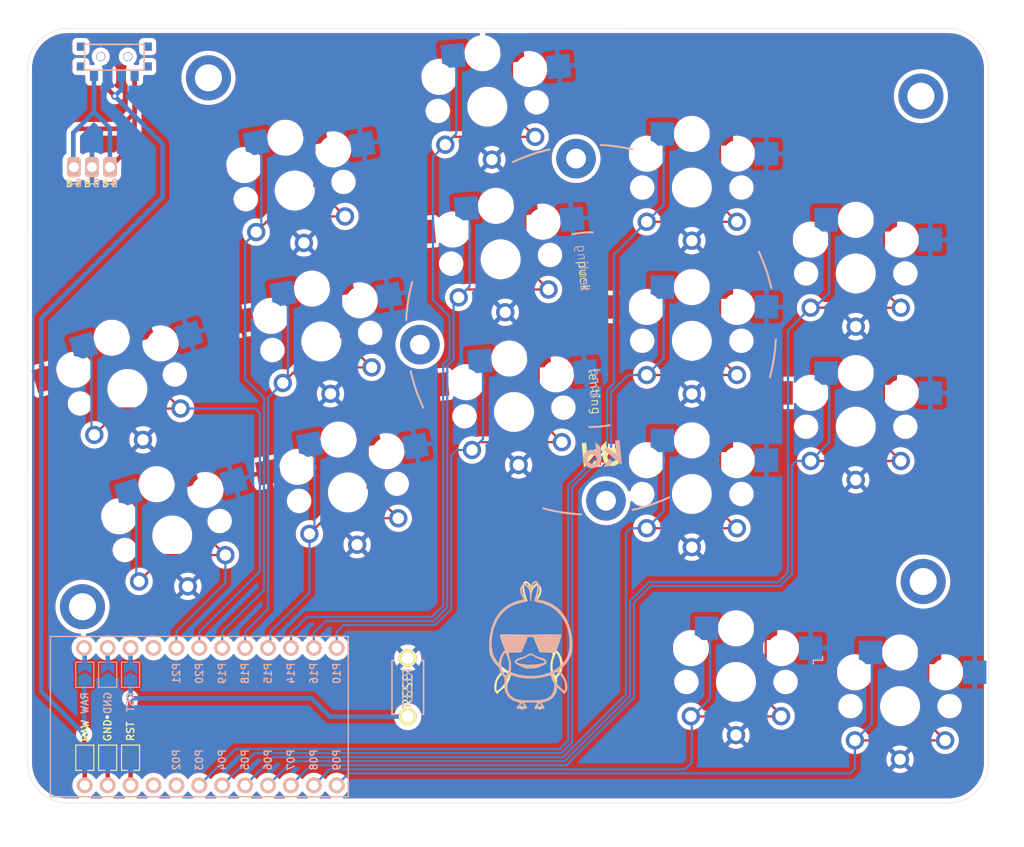
<source format=kicad_pcb>
(kicad_pcb (version 20211014) (generator pcbnew)
  (title_block (title "board") (rev "v1.0.0") (company "Unknown"))
  (layers (0 "F.Cu" signal) (31 "B.Cu" signal) (34 "B.Paste" user) (35 "F.Paste" user) (36 "B.SilkS" user "B.Silkscreen") (37 "F.SilkS" user "F.Silkscreen") (38 "B.Mask" user) (39 "F.Mask" user) (44 "Edge.Cuts" user))
  (net 0 "")
  (net 1 "P6")
  (net 2 "GND")
  (net 3 "P5")
  (net 4 "P4")
  (net 5 "P3")
  (net 6 "P2")
  (net 7 "P18")
  (net 8 "P15")
  (net 9 "P14")
  (net 10 "P16")
  (net 11 "P10")
  (net 12 "P19")
  (net 13 "P20")
  (net 14 "P21")
  (net 15 "P7")
  (net 16 "P8")
  (net 17 "P9")
  (net 18 "RAW")
  (net 19 "RST")
  (net 20 "Braw")
  (footprint "kbd:ResetSW" (layer "F.Cu") (at 83.928791 -49.631254 -90)
    (fp_text reference "B1" hide)
    (fp_text value "")
  )
  (footprint "Alaa:choc_hotswap_key" (layer "F.Cu") (at 71.38711 -104.745067 10)
    (fp_text reference "S11" hide)
    (fp_text value "" hide)
  )
  (footprint "Alaa:choc_hotswap_key" (layer "F.Cu") (at 94.221643 -97.114167 5)
    (fp_text reference "S15" hide)
    (fp_text value "" hide)
  )
  (footprint "Alaa:choc_hotswap_key" (layer "F.Cu") (at 115.424791 -88.077254)
    (fp_text reference "S21" hide)
    (fp_text value "" hide)
  )
  (footprint "E73:SPDT_C128955" (layer "F.Cu") (at 51.389406 -119.608838)
    (fp_text reference "T1" hide)
    (fp_text value "" hide)
  )
  (footprint "" (layer "F.Cu") (at 141.078791 -61.367254)
    (fp_text reference "")
    (fp_text value "")
  )
  (footprint "E73:SPDT_C128955" (layer "F.Cu") (at 51.389406 -119.608838)
    (fp_text reference "T2" hide)
    (fp_text value "" hide)
  )
  (footprint "Alaa:choc_hotswap_key" (layer "F.Cu") (at 133.599495 -95.544491)
    (fp_text reference "S29" hide)
    (fp_text value "" hide)
  )
  (footprint "" (layer "F.Cu") (at 47.860791 -58.573254)
    (fp_text reference "")
    (fp_text value "")
  )
  (footprint "LOGO" (layer "F.Cu") (at 97.484546 -52.964987)
    (fp_text reference "G***" hide)
    (fp_text value "LOGO" hide)
  )
  (footprint "Alaa:choc_hotswap_key" (layer "F.Cu") (at 138.511792 -47.543254)
    (fp_text reference "S33" hide)
    (fp_text value "" hide)
  )
  (footprint "Alaa:choc_hotswap_key" (layer "F.Cu") (at 77.291148 -71.261603 10)
    (fp_text reference "S7" hide)
    (fp_text value "" hide)
  )
  (footprint "lib:bat" (layer "F.Cu") (at 48.908791 -107.341254)
    (fp_text reference "PAD1" hide)
    (fp_text value "" hide)
  )
  (footprint "Alaa:choc_hotswap_key" (layer "F.Cu") (at 52.842259 -82.729963 17)
    (fp_text reference "S5" hide)
    (fp_text value "" hide)
  )
  (footprint "Alaa:choc_hotswap_key" (layer "F.Cu") (at 133.599495 -78.544491)
    (fp_text reference "S27" hide)
    (fp_text value "" hide)
  )
  (footprint "Alaa:choc_hotswap_key" (layer "F.Cu") (at 74.339129 -88.003335 10)
    (fp_text reference "S9" hide)
    (fp_text value "" hide)
  )
  (footprint "Alaa:choc_hotswap_key" (layer "F.Cu") (at 95.703291 -80.178857 5)
    (fp_text reference "S13" hide)
    (fp_text value "" hide)
  )
  (footprint "Alaa:choc_hotswap_key" (layer "F.Cu") (at 92.739996 -114.049477 5)
    (fp_text reference "S17" hide)
    (fp_text value "" hide)
  )
  (footprint "Alaa:choc_hotswap_key" (layer "F.Cu") (at 120.321152 -50.226273)
    (fp_text reference "S31" hide)
    (fp_text value "" hide)
  )
  (footprint "Alaa:choc_hotswap_key" (layer "F.Cu") (at 57.812578 -66.472782 17)
    (fp_text reference "S3" hide)
    (fp_text value "" hide)
  )
  (footprint "" (layer "F.Cu") (at 140.824791 -115.215254)
    (fp_text reference "")
    (fp_text value "")
  )
  (footprint "Alaa:choc_hotswap_key" (layer "F.Cu") (at 115.424791 -105.077254)
    (fp_text reference "S23" hide)
    (fp_text value "" hide)
  )
  (footprint "Alaa:choc_hotswap_key" (layer "F.Cu") (at 115.424791 -71.077254)
    (fp_text reference "S19" hide)
    (fp_text value "" hide)
  )
  (footprint "" (layer "F.Cu") (at 61.830791 -117.247254)
    (fp_text reference "")
    (fp_text value "")
  )
  (footprint "Alaa:Tenting_Puck_3_Holes" (layer "F.Cu") (at 104.248791 -89.307254 5)
    (fp_text reference "REF**")
    (fp_text value "Tenting Puck")
  )
  (footprint "LOGO" (layer "B.Cu") (at 97.644791 -52.985254 180)
    (fp_text reference "G***" hide)
    (fp_text value "LOGO" hide)
  )
  (footprint "ProMicro" (layer "B.Cu") (at 62.084791 -46.381254)
    (fp_text reference "MCU1" hide)
    (fp_text value "" hide)
  )
  (gr_line (start 148.316185 -41.254903) (end 148.319791 -118.263254) (layer "Edge.Cuts") (width 0.05))
  (gr_arc (start 46.209791 -36.808254) (mid 43.066691 -38.110165) (end 41.764791 -41.253254) (layer "Edge.Cuts") (width 0.05))
  (gr_arc (start 143.874791 -122.708254) (mid 147.01787 -121.406344) (end 148.319791 -118.263254) (layer "Edge.Cuts") (width 0.05))
  (gr_line (start 46.209791 -36.808254) (end 143.871185 -36.809903) (layer "Edge.Cuts") (width 0.05))
  (gr_line (start 41.761149 -118.266118) (end 41.764791 -41.253254) (layer "Edge.Cuts") (width 0.05))
  (gr_line (start 143.874791 -122.708254) (end 46.206149 -122.711118) (layer "Edge.Cuts") (width 0.05))
  (gr_arc (start 41.761149 -118.266118) (mid 43.063059 -121.409208) (end 46.206149 -122.711118) (layer "Edge.Cuts") (width 0.05))
  (gr_arc (start 148.316185 -41.254903) (mid 147.014275 -38.111817) (end 143.871185 -36.809903) (layer "Edge.Cuts") (width 0.05))
  (segment (start 136.724974 -93.619012) (end 136.724974 -101.34497) (width 0.25) (layer "F.Cu") (net 1))
  (segment (start 136.724974 -101.34497) (end 136.874495 -101.494491) (width 0.25) (layer "F.Cu") (net 1))
  (segment (start 138.599495 -91.744491) (end 136.724974 -93.619012) (width 0.25) (layer "F.Cu") (net 1))
  (segment (start 128.599495 -91.744491) (end 138.599495 -91.744491) (width 0.25) (layer "F.Cu") (net 1))
  (segment (start 108.566791 -48.667254) (end 108.566791 -59.208972) (width 0.25) (layer "B.Cu") (net 1))
  (segment (start 68.434791 -38.761254) (end 71.111831 -41.438294) (width 0.25) (layer "B.Cu") (net 1))
  (segment (start 130.654161 -100.454265) (end 130.654161 -93.367747) (width 0.25) (layer "B.Cu") (net 1))
  (segment (start 110.666594 -61.308774) (end 125.018311 -61.308774) (width 0.25) (layer "B.Cu") (net 1))
  (segment (start 126.092791 -89.237786) (end 128.599495 -91.744491) (width 0.25) (layer "B.Cu") (net 1))
  (segment (start 129.030905 -91.744491) (end 128.599495 -91.744491) (width 0.25) (layer "B.Cu") (net 1))
  (segment (start 130.654161 -93.367747) (end 129.030905 -91.744491) (width 0.25) (layer "B.Cu") (net 1))
  (segment (start 130.18492 -100.923506) (end 130.654161 -100.454265) (width 0.25) (layer "B.Cu") (net 1))
  (segment (start 108.566791 -59.208972) (end 110.666594 -61.308774) (width 0.25) (layer "B.Cu") (net 1))
  (segment (start 71.111831 -41.438294) (end 101.337831 -41.438294) (width 0.25) (layer "B.Cu") (net 1))
  (segment (start 101.337831 -41.438294) (end 108.566791 -48.667254) (width 0.25) (layer "B.Cu") (net 1))
  (segment (start 126.092791 -62.383254) (end 126.092791 -89.237786) (width 0.25) (layer "B.Cu") (net 1))
  (segment (start 125.018311 -61.308774) (end 126.092791 -62.383254) (width 0.25) (layer "B.Cu") (net 1))
  (segment (start 50.654791 -46.280744) (end 50.654791 -42.467731) (width 0.5) (layer "F.Cu") (net 2))
  (segment (start 50.606907 -46.328628) (end 50.654791 -46.280744) (width 0.5) (layer "F.Cu") (net 2))
  (via (at 50.606907 -46.328628) (size 0.8) (drill 0.4) (layers "F.Cu" "B.Cu") (net 2))
  (segment (start 50.631665 -46.353386) (end 50.654791 -46.376512) (width 0.5) (layer "B.Cu") (net 2))
  (segment (start 50.654791 -46.376512) (end 50.654791 -50.217731) (width 0.5) (layer "B.Cu") (net 2))
  (segment (start 120.424791 -67.277254) (end 110.424791 -67.277254) (width 0.25) (layer "F.Cu") (net 3))
  (segment (start 118.55027 -76.877733) (end 118.55027 -69.151775) (width 0.25) (layer "F.Cu") (net 3))
  (segment (start 118.55027 -69.151775) (end 120.424791 -67.277254) (width 0.25) (layer "F.Cu") (net 3))
  (segment (start 118.699791 -77.027254) (end 118.55027 -76.877733) (width 0.25) (layer "F.Cu") (net 3))
  (segment (start 112.299312 -77.420712) (end 112.299312 -69.151775) (width 0.25) (layer "B.Cu") (net 3))
  (segment (start 101.151633 -41.887814) (end 108.117271 -48.853452) (width 0.25) (layer "B.Cu") (net 3))
  (segment (start 108.117271 -48.853452) (end 108.117271 -66.759734) (width 0.25) (layer "B.Cu") (net 3))
  (segment (start 69.021351 -41.887814) (end 101.151633 -41.887814) (width 0.25) (layer "B.Cu") (net 3))
  (segment (start 112.299312 -69.151775) (end 110.424791 -67.277254) (width 0.25) (layer "B.Cu") (net 3))
  (segment (start 108.634791 -67.277254) (end 110.424791 -67.277254) (width 0.25) (layer "B.Cu") (net 3))
  (segment (start 108.117271 -66.759734) (end 108.634791 -67.277254) (width 0.25) (layer "B.Cu") (net 3))
  (segment (start 65.894791 -38.761254) (end 69.021351 -41.887814) (width 0.25) (layer "B.Cu") (net 3))
  (segment (start 118.55027 -86.151775) (end 120.424791 -84.277254) (width 0.25) (layer "F.Cu") (net 4))
  (segment (start 110.424791 -84.277254) (end 120.424791 -84.277254) (width 0.25) (layer "F.Cu") (net 4))
  (segment (start 118.55027 -93.877733) (end 118.55027 -86.151775) (width 0.25) (layer "F.Cu") (net 4))
  (segment (start 118.699791 -94.027254) (end 118.55027 -93.877733) (width 0.25) (layer "F.Cu") (net 4))
  (segment (start 63.354791 -38.761254) (end 66.930871 -42.337334) (width 0.25) (layer "B.Cu") (net 4))
  (segment (start 106.476311 -82.390774) (end 108.362791 -84.277254) (width 0.25) (layer "B.Cu") (net 4))
  (segment (start 66.930871 -42.337334) (end 100.965435 -42.337334) (width 0.25) (layer "B.Cu") (net 4))
  (segment (start 108.362791 -84.277254) (end 110.424791 -84.277254) (width 0.25) (layer "B.Cu") (net 4))
  (segment (start 112.299312 -94.420712) (end 112.299312 -86.151775) (width 0.25) (layer "B.Cu") (net 4))
  (segment (start 112.299312 -86.151775) (end 110.424791 -84.277254) (width 0.25) (layer "B.Cu") (net 4))
  (segment (start 106.476311 -76.167057) (end 106.476311 -82.390774) (width 0.25) (layer "B.Cu") (net 4))
  (segment (start 102.158311 -71.849057) (end 106.476311 -76.167057) (width 0.25) (layer "B.Cu") (net 4))
  (segment (start 100.965435 -42.337334) (end 102.158311 -43.530211) (width 0.25) (layer "B.Cu") (net 4))
  (segment (start 102.158311 -43.530211) (end 102.158311 -71.849057) (width 0.25) (layer "B.Cu") (net 4))
  (segment (start 118.55027 -110.877733) (end 118.55027 -103.151775) (width 0.25) (layer "F.Cu") (net 5))
  (segment (start 120.424791 -101.277254) (end 110.424791 -101.277254) (width 0.25) (layer "F.Cu") (net 5))
  (segment (start 118.699791 -111.027254) (end 118.55027 -110.877733) (width 0.25) (layer "F.Cu") (net 5))
  (segment (start 118.55027 -103.151775) (end 120.424791 -101.277254) (width 0.25) (layer "F.Cu") (net 5))
  (segment (start 100.779237 -42.786854) (end 101.708791 -43.716408) (width 0.25) (layer "B.Cu") (net 5))
  (segment (start 112.299312 -103.151775) (end 110.424791 -101.277254) (width 0.25) (layer "B.Cu") (net 5))
  (segment (start 101.708791 -43.716408) (end 101.708791 -72.035254) (width 0.25) (layer "B.Cu") (net 5))
  (segment (start 106.788791 -83.338972) (end 106.788791 -97.641254) (width 0.25) (layer "B.Cu") (net 5))
  (segment (start 64.840391 -42.786854) (end 100.779237 -42.786854) (width 0.25) (layer "B.Cu") (net 5))
  (segment (start 112.299312 -111.420712) (end 112.299312 -103.151775) (width 0.25) (layer "B.Cu") (net 5))
  (segment (start 106.788791 -97.641254) (end 110.424791 -101.277254) (width 0.25) (layer "B.Cu") (net 5))
  (segment (start 106.026791 -76.353254) (end 106.026791 -82.576972) (width 0.25) (layer "B.Cu") (net 5))
  (segment (start 101.708791 -72.035254) (end 106.026791 -76.353254) (width 0.25) (layer "B.Cu") (net 5))
  (segment (start 60.814791 -38.761254) (end 64.840391 -42.786854) (width 0.25) (layer "B.Cu") (net 5))
  (segment (start 106.026791 -82.576972) (end 106.788791 -83.338972) (width 0.25) (layer "B.Cu") (net 5))
  (segment (start 76.531168 -88.521169) (end 79.923031 -85.129306) (width 0.25) (layer "F.Cu") (net 7))
  (segment (start 76.531168 -94.431639) (end 76.531168 -88.521169) (width 0.25) (layer "F.Cu") (net 7))
  (segment (start 79.923031 -85.129306) (end 71.811434 -85.129306) (width 0.25) (layer "F.Cu") (net 7))
  (segment (start 71.811434 -85.129306) (end 70.074953 -83.392825) (width 0.25) (layer "F.Cu") (net 7))
  (segment (start 70.638431 -83.956303) (end 70.074953 -83.392825) (width 0.25) (layer "B.Cu") (net 7))
  (segment (start 65.894791 -55.779254) (end 68.434791 -58.319254) (width 0.25) (layer "B.Cu") (net 7))
  (segment (start 68.434791 -81.752663) (end 70.074953 -83.392825) (width 0.25) (layer "B.Cu") (net 7))
  (segment (start 70.638431 -92.736489) (end 70.638431 -83.956303) (width 0.25) (layer "B.Cu") (net 7))
  (segment (start 65.894791 -54.001254) (end 65.894791 -55.779254) (width 0.25) (layer "B.Cu") (net 7))
  (segment (start 68.434791 -58.319254) (end 68.434791 -81.752663) (width 0.25) (layer "B.Cu") (net 7))
  (segment (start 70.080677 -93.294243) (end 70.638431 -92.736489) (width 0.25) (layer "B.Cu") (net 7))
  (segment (start 79.483187 -71.779437) (end 82.87505 -68.387574) (width 0.25) (layer "F.Cu") (net 8))
  (segment (start 82.87505 -68.387574) (end 74.763453 -68.387574) (width 0.25) (layer "F.Cu") (net 8))
  (segment (start 79.483187 -77.689907) (end 79.483187 -71.779437) (width 0.25) (layer "F.Cu") (net 8))
  (segment (start 74.763453 -68.387574) (end 73.026972 -66.651093) (width 0.25) (layer "F.Cu") (net 8))
  (segment (start 73.59045 -67.214571) (end 73.026972 -66.651093) (width 0.25) (layer "B.Cu") (net 8))
  (segment (start 68.434791 -54.001254) (end 68.688791 -54.255254) (width 0.25) (layer "B.Cu") (net 8))
  (segment (start 73.032696 -76.552511) (end 73.59045 -75.994757) (width 0.25) (layer "B.Cu") (net 8))
  (segment (start 73.59045 -75.994757) (end 73.59045 -67.214571) (width 0.25) (layer "B.Cu") (net 8))
  (segment (start 68.688791 -54.255254) (end 68.688791 -55.779254) (width 0.25) (layer "B.Cu") (net 8))
  (segment (start 68.688791 -55.779254) (end 73.026972 -60.117435) (width 0.25) (layer "B.Cu") (net 8))
  (segment (start 73.026972 -60.117435) (end 73.026972 -66.651093) (width 0.25) (layer "B.Cu") (net 8))
  (segment (start 95.483957 -120.262271) (end 95.483957 -113.26792) (width 0.25) (layer "F.Cu") (net 9))
  (segment (start 88.961772 -110.699716) (end 88.090214 -109.828158) (width 0.25) (layer "F.Cu") (net 9))
  (segment (start 98.052161 -110.699716) (end 88.961772 -110.699716) (width 0.25) (layer "F.Cu") (net 9))
  (segment (start 95.483957 -113.26792) (end 98.052161 -110.699716) (width 0.25) (layer "F.Cu") (net 9))
  (segment (start 70.974791 -54.001254) (end 70.974791 -55.652254) (width 0.25) (layer "B.Cu") (net 9))
  (segment (start 70.974791 -55.652254) (end 72.762831 -57.440294) (width 0.25) (layer "B.Cu") (net 9))
  (segment (start 87.855751 -85.487932) (end 88.559271 -86.191452) (width 0.25) (layer "B.Cu") (net 9))
  (segment (start 72.762831 -57.440294) (end 86.604395 -57.440294) (width 0.25) (layer "B.Cu") (net 9))
  (segment (start 89.306709 -111.044653) (end 88.090214 -109.828158) (width 0.25) (layer "B.Cu") (net 9))
  (segment (start 89.306709 -119.343573) (end 89.306709 -111.044653) (width 0.25) (layer "B.Cu") (net 9))
  (segment (start 87.855751 -58.69165) (end 87.855751 -85.487932) (width 0.25) (layer "B.Cu") (net 9))
  (segment (start 88.559271 -90.772774) (end 86.722791 -92.609254) (width 0.25) (layer "B.Cu") (net 9))
  (segment (start 86.722791 -92.609254) (end 86.722791 -108.460735) (width 0.25) (layer "B.Cu") (net 9))
  (segment (start 86.722791 -108.460735) (end 88.090214 -109.828158) (width 0.25) (layer "B.Cu") (net 9))
  (segment (start 88.958882 -119.6914) (end 89.306709 -119.343573) (width 0.25) (layer "B.Cu") (net 9))
  (segment (start 86.604395 -57.440294) (end 87.855751 -58.69165) (width 0.25) (layer "B.Cu") (net 9))
  (segment (start 88.559271 -86.191452) (end 88.559271 -90.772774) (width 0.25) (layer "B.Cu") (net 9))
  (segment (start 99.533808 -93.764406) (end 90.443419 -93.764406) (width 0.25) (layer "F.Cu") (net 10))
  (segment (start 96.965604 -96.33261) (end 99.533808 -93.764406) (width 0.25) (layer "F.Cu") (net 10))
  (segment (start 96.965604 -103.326961) (end 96.965604 -96.33261) (width 0.25) (layer "F.Cu") (net 10))
  (segment (start 90.443419 -93.764406) (end 89.571861 -92.892848) (width 0.25) (layer "F.Cu") (net 10))
  (segment (start 86.790593 -56.990774) (end 88.305271 -58.505452) (width 0.25) (layer "B.Cu") (net 10))
  (segment (start 90.788356 -94.109343) (end 89.571861 -92.892848) (width 0.25) (layer "B.Cu") (net 10))
  (segment (start 89.008791 -86.005254) (end 89.008791 -92.329778) (width 0.25) (layer "B.Cu") (net 10))
  (segment (start 74.853311 -56.990774) (end 86.790593 -56.990774) (width 0.25) (layer "B.Cu") (net 10))
  (segment (start 90.440529 -102.75609) (end 90.788356 -102.408263) (width 0.25) (layer "B.Cu") (net 10))
  (segment (start 88.305271 -58.505452) (end 88.305271 -85.301734) (width 0.25) (layer "B.Cu") (net 10))
  (segment (start 73.514791 -54.001254) (end 73.514791 -55.652254) (width 0.25) (layer "B.Cu") (net 10))
  (segment (start 88.305271 -85.301734) (end 89.008791 -86.005254) (width 0.25) (layer "B.Cu") (net 10))
  (segment (start 73.514791 -55.652254) (end 74.853311 -56.990774) (width 0.25) (layer "B.Cu") (net 10))
  (segment (start 90.788356 -102.408263) (end 90.788356 -94.109343) (width 0.25) (layer "B.Cu") (net 10))
  (segment (start 89.008791 -92.329778) (end 89.571861 -92.892848) (width 0.25) (layer "B.Cu") (net 10))
  (segment (start 91.925067 -76.829096) (end 91.053509 -75.957538) (width 0.25) (layer "F.Cu") (net 11))
  (segment (start 101.015456 -76.829096) (end 98.447252 -79.3973) (width 0.25) (layer "F.Cu") (net 11))
  (segment (start 98.447252 -79.3973) (end 98.447252 -86.391651) (width 0.25) (layer "F.Cu") (net 11))
  (segment (start 101.015456 -76.829096) (end 91.925067 -76.829096) (width 0.25) (layer "F.Cu") (net 11))
  (segment (start 88.754791 -58.319254) (end 88.754791 -75.337254) (width 0.25) (layer "B.Cu") (net 11))
  (segment (start 92.270004 -77.174033) (end 91.053509 -75.957538) (width 0.25) (layer "B.Cu") (net 11))
  (segment (start 88.754791 -75.337254) (end 89.375075 -75.957538) (width 0.25) (layer "B.Cu") (net 11))
  (segment (start 89.375075 -75.957538) (end 91.053509 -75.957538) (width 0.25) (layer "B.Cu") (net 11))
  (segment (start 76.054791 -54.001254) (end 76.054791 -55.779254) (width 0.25) (layer "B.Cu") (net 11))
  (segment (start 86.976791 -56.541254) (end 88.754791 -58.319254) (width 0.25) (layer "B.Cu") (net 11))
  (segment (start 76.054791 -55.779254) (end 76.816791 -56.541254) (width 0.25) (layer "B.Cu") (net 11))
  (segment (start 91.922177 -85.82078) (end 92.270004 -85.472953) (width 0.25) (layer "B.Cu") (net 11))
  (segment (start 76.816791 -56.541254) (end 86.976791 -56.541254) (width 0.25) (layer "B.Cu") (net 11))
  (segment (start 92.270004 -85.472953) (end 92.270004 -77.174033) (width 0.25) (layer "B.Cu") (net 11))
  (segment (start 68.859415 -101.871038) (end 67.122934 -100.134557) (width 0.25) (layer "F.Cu") (net 12))
  (segment (start 73.579149 -111.173371) (end 73.579149 -105.262901) (width 0.25) (layer "F.Cu") (net 12))
  (segment (start 76.971012 -101.871038) (end 68.859415 -101.871038) (width 0.25) (layer "F.Cu") (net 12))
  (segment (start 73.579149 -105.262901) (end 76.971012 -101.871038) (width 0.25) (layer "F.Cu") (net 12))
  (segment (start 67.686412 -100.698035) (end 67.122934 -100.134557) (width 0.25) (layer "B.Cu") (net 12))
  (segment (start 67.128658 -110.035975) (end 67.686412 -109.478221) (width 0.25) (layer "B.Cu") (net 12))
  (segment (start 67.985271 -81.755774) (end 65.894791 -83.846254) (width 0.25) (layer "B.Cu") (net 12))
  (segment (start 65.894791 -98.906414) (end 67.122934 -100.134557) (width 0.25) (layer "B.Cu") (net 12))
  (segment (start 65.894791 -83.846254) (end 65.894791 -98.906414) (width 0.25) (layer "B.Cu") (net 12))
  (segment (start 67.686412 -109.478221) (end 67.686412 -100.698035) (width 0.25) (layer "B.Cu") (net 12))
  (segment (start 63.354791 -55.779254) (end 67.985271 -60.409734) (width 0.25) (layer "B.Cu") (net 12))
  (segment (start 63.354791 -54.001254) (end 63.354791 -55.779254) (width 0.25) (layer "B.Cu") (net 12))
  (segment (start 67.985271 -60.409734) (end 67.985271 -81.755774) (width 0.25) (layer "B.Cu") (net 12))
  (segment (start 58.734795 -80.557863) (end 52.095465 -80.557863) (width 0.25) (layer "F.Cu") (net 13))
  (segment (start 54.234545 -89.377494) (end 54.234545 -85.058113) (width 0.25) (layer "F.Cu") (net 13))
  (segment (start 52.095465 -80.557863) (end 49.171748 -77.634146) (width 0.25) (layer "F.Cu") (net 13))
  (segment (start 54.234545 -85.058113) (end 58.734795 -80.557863) (width 0.25) (layer "F.Cu") (net 13))
  (segment (start 60.814791 -55.779254) (end 67.535751 -62.500214) (width 0.25) (layer "B.Cu") (net 13))
  (segment (start 47.655954 -88.184596) (end 48.856953 -86.983597) (width 0.25) (layer "B.Cu") (net 13))
  (segment (start 48.856953 -86.983597) (end 48.856953 -78.356283) (width 0.25) (layer "B.Cu") (net 13))
  (segment (start 67.024182 -80.557863) (end 58.734795 -80.557863) (width 0.25) (layer "B.Cu") (net 13))
  (segment (start 67.535751 -62.500214) (end 67.535751 -80.046294) (width 0.25) (layer "B.Cu") (net 13))
  (segment (start 60.814791 -54.001254) (end 60.814791 -55.779254) (width 0.25) (layer "B.Cu") (net 13))
  (segment (start 67.535751 -80.046294) (end 67.024182 -80.557863) (width 0.25) (layer "B.Cu") (net 13))
  (segment (start 59.204864 -68.800932) (end 63.705114 -64.300682) (width 0.25) (layer "F.Cu") (net 14))
  (segment (start 63.705114 -64.300682) (end 57.065784 -64.300682) (width 0.25) (layer "F.Cu") (net 14))
  (segment (start 57.065784 -64.300682) (end 54.142067 -61.376965) (width 0.25) (layer "F.Cu") (net 14))
  (segment (start 59.204864 -73.120313) (end 59.204864 -68.800932) (width 0.25) (layer "F.Cu") (net 14))
  (segment (start 52.626273 -71.927415) (end 53.827272 -70.726416) (width 0.25) (layer "B.Cu") (net 14))
  (segment (start 58.274791 -54.001254) (end 58.274791 -55.779254) (width 0.25) (layer "B.Cu") (net 14))
  (segment (start 63.705114 -61.209577) (end 63.705114 -64.300682) (width 0.25) (layer "B.Cu") (net 14))
  (segment (start 58.274791 -55.779254) (end 63.705114 -61.209577) (width 0.25) (layer "B.Cu") (net 14))
  (segment (start 53.827272 -70.726416) (end 53.827272 -62.099102) (width 0.25) (layer "B.Cu") (net 14))
  (segment (start 136.724974 -76.619012) (end 136.724974 -84.34497) (width 0.25) (layer "F.Cu") (net 15))
  (segment (start 138.599495 -74.744491) (end 136.724974 -76.619012) (width 0.25) (layer "F.Cu") (net 15))
  (segment (start 136.724974 -84.34497) (end 136.874495 -84.494491) (width 0.25) (layer "F.Cu") (net 15))
  (segment (start 128.599495 -74.744491) (end 138.599495 -74.744491) (width 0.25) (layer "F.Cu") (net 15))
  (segment (start 130.654161 -83.454265) (end 130.654161 -76.799157) (width 0.25) (layer "B.Cu") (net 15))
  (segment (start 101.524029 -40.988774) (end 109.016311 -48.481057) (width 0.25) (layer "B.Cu") (net 15))
  (segment (start 130.18492 -83.923506) (end 130.654161 -83.454265) (width 0.25) (layer "B.Cu") (net 15))
  (segment (start 109.016311 -48.481057) (end 109.016311 -59.022774) (width 0.25) (layer "B.Cu") (net 15))
  (segment (start 109.016311 -59.022774) (end 110.852791 -60.859254) (width 0.25) (layer "B.Cu") (net 15))
  (segment (start 126.542311 -74.262774) (end 127.024028 -74.744491) (width 0.25) (layer "B.Cu") (net 15))
  (segment (start 73.202311 -40.988774) (end 101.524029 -40.988774) (width 0.25) (layer "B.Cu") (net 15))
  (segment (start 110.852791 -60.859254) (end 125.204509 -60.859254) (width 0.25) (layer "B.Cu") (net 15))
  (segment (start 126.542311 -62.197056) (end 126.542311 -74.262774) (width 0.25) (layer "B.Cu") (net 15))
  (segment (start 70.974791 -38.761254) (end 73.202311 -40.988774) (width 0.25) (layer "B.Cu") (net 15))
  (segment (start 125.204509 -60.859254) (end 126.542311 -62.197056) (width 0.25) (layer "B.Cu") (net 15))
  (segment (start 130.654161 -76.799157) (end 128.45992 -74.604916) (width 0.25) (layer "B.Cu") (net 15))
  (segment (start 127.024028 -74.744491) (end 128.599495 -74.744491) (width 0.25) (layer "B.Cu") (net 15))
  (segment (start 123.611436 -56.001952) (end 123.611436 -48.275994) (width 0.25) (layer "F.Cu") (net 16))
  (segment (start 123.760956 -56.151472) (end 123.611436 -56.001952) (width 0.25) (layer "F.Cu") (net 16))
  (segment (start 123.611436 -48.275994) (end 125.485957 -46.401473) (width 0.25) (layer "F.Cu") (net 16))
  (segment (start 125.485957 -46.401473) (end 115.485957 -46.401473) (width 0.25) (layer "F.Cu") (net 16))
  (segment (start 73.514791 -38.761254) (end 75.292791 -40.539254) (width 0.25) (layer "B.Cu") (net 16))
  (segment (start 117.210956 -56.151473) (end 117.437957 -55.924472) (width 0.25) (layer "B.Cu") (net 16))
  (segment (start 117.437957 -55.924472) (end 117.437957 -48.353473) (width 0.25) (layer "B.Cu") (net 16))
  (segment (start 75.292791 -40.539254) (end 114.662791 -40.539254) (width 0.25) (layer "B.Cu") (net 16))
  (segment (start 117.437957 -48.353473) (end 115.485957 -46.401473) (width 0.25) (layer "B.Cu") (net 16))
  (segment (start 114.662791 -40.539254) (end 115.424791 -41.301254) (width 0.25) (layer "B.Cu") (net 16))
  (segment (start 115.424791 -41.301254) (end 115.424791 -46.322634) (width 0.25) (layer "B.Cu") (net 16))
  (segment (start 141.637271 -45.617775) (end 143.511792 -43.743254) (width 0.25) (layer "F.Cu") (net 17))
  (segment (start 141.637271 -53.343733) (end 141.637271 -45.617775) (width 0.25) (layer "F.Cu") (net 17))
  (segment (start 141.786791 -53.493253) (end 141.637271 -53.343733) (width 0.25) (layer "F.Cu") (net 17))
  (segment (start 143.511792 -43.743254) (end 133.511792 -43.743254) (width 0.25) (layer "F.Cu") (net 17))
  (segment (start 135.386313 -45.617775) (end 133.511792 -43.743254) (width 0.25) (layer "B.Cu") (net 17))
  (segment (start 77.383271 -40.089734) (end 133.009271 -40.089734) (width 0.25) (layer "B.Cu") (net 17))
  (segment (start 135.236791 -53.493254) (end 135.386313 -53.343732) (width 0.25) (layer "B.Cu") (net 17))
  (segment (start 133.511792 -40.592255) (end 133.511792 -43.743254) (width 0.25) (layer "B.Cu") (net 17))
  (segment (start 133.009271 -40.089734) (end 133.511792 -40.592255) (width 0.25) (layer "B.Cu") (net 17))
  (segment (start 76.054791 -38.761254) (end 77.383271 -40.089734) (width 0.25) (layer "B.Cu") (net 17))
  (segment (start 135.386313 -53.343732) (end 135.386313 -45.617775) (width 0.25) (layer "B.Cu") (net 17))
  (segment (start 48.072149 -44.396082) (end 48.072149 -42.443543) (width 0.5) (layer "F.Cu") (net 18))
  (segment (start 50.639406 -116.023566) (end 51.441433 -115.221539) (width 0.5) (layer "F.Cu") (net 18))
  (segment (start 48.04419 -44.424041) (end 48.072149 -44.396082) (width 0.5) (layer "F.Cu") (net 18))
  (segment (start 50.639406 -117.533838) (end 50.639406 -116.023566) (width 0.5) (layer "F.Cu") (net 18))
  (via (at 48.04419 -44.424041) (size 0.8) (drill 0.4) (layers "F.Cu" "B.Cu") (net 18))
  (via (at 51.441433 -115.221539) (size 0.8) (drill 0.4) (layers "F.Cu" "B.Cu") (net 18))
  (segment (start 48.114791 -50.217731) (end 48.04419 -50.14713) (width 0.5) (layer "B.Cu") (net 18))
  (segment (start 48.04419 -44.424041) (end 43.288791 -49.17944) (width 0.5) (layer "B.Cu") (net 18))
  (segment (start 56.750791 -104.039254) (end 56.750791 -109.912181) (width 0.5) (layer "B.Cu") (net 18))
  (segment (start 43.288791 -90.577254) (end 56.750791 -104.039254) (width 0.5) (layer "B.Cu") (net 18))
  (segment (start 48.04419 -50.14713) (end 48.04419 -44.424041) (width 0.5) (layer "B.Cu") (net 18))
  (segment (start 56.750791 -109.912181) (end 51.441433 -115.221539) (width 0.5) (layer "B.Cu") (net 18))
  (segment (start 52.190791 -115.970928) (end 51.492818 -115.272955) (width 0.5) (layer "B.Cu") (net 18))
  (segment (start 52.190791 -117.585254) (end 52.190791 -115.970928) (width 0.5) (layer "B.Cu") (net 18))
  (segment (start 43.288791 -49.17944) (end 43.288791 -90.577254) (width 0.5) (layer "B.Cu") (net 18))
  (segment (start 53.150987 -48.413823) (end 53.172149 -48.392661) (width 0.5) (layer "F.Cu") (net 19))
  (segment (start 53.172149 -48.392661) (end 53.172149 -42.490373) (width 0.5) (layer "F.Cu") (net 19))
  (via (at 53.150987 -48.413823) (size 0.8) (drill 0.4) (layers "F.Cu" "B.Cu") (net 19))
  (segment (start 73.26136 -48.413823) (end 75.293929 -46.381254) (width 0.5) (layer "B.Cu") (net 19))
  (segment (start 53.194791 -48.457627) (end 53.194791 -50.217731) (width 0.5) (layer "B.Cu") (net 19))
  (segment (start 53.150987 -48.413823) (end 53.194791 -48.457627) (width 0.5) (layer "B.Cu") (net 19))
  (segment (start 53.150987 -48.413823) (end 73.26136 -48.413823) (width 0.5) (layer "B.Cu") (net 19))
  (segment (start 75.293929 -46.381254) (end 83.928791 -46.381254) (width 0.5) (layer "B.Cu") (net 19))
  (segment (start 53.639406 -110.071869) (end 50.908791 -107.341254) (width 0.5) (layer "F.Cu") (net 20))
  (segment (start 46.844791 -107.405254) (end 46.908791 -107.341254) (width 0.5) (layer "F.Cu") (net 20))
  (segment (start 53.639406 -117.533838) (end 53.639406 -113.373869) (width 0.5) (layer "F.Cu") (net 20))
  (segment (start 53.639406 -113.373869) (end 51.860791 -111.595254) (width 0.5) (layer "F.Cu") (net 20))
  (segment (start 46.844791 -111.151254) (end 46.844791 -107.405254) (width 0.5) (layer "F.Cu") (net 20))
  (segment (start 51.860791 -111.595254) (end 47.288791 -111.595254) (width 0.5) (layer "F.Cu") (net 20))
  (segment (start 53.639406 -117.533838) (end 53.639406 -110.071869) (width 0.5) (layer "F.Cu") (net 20))
  (segment (start 47.288791 -111.595254) (end 46.844791 -111.151254) (width 0.5) (layer "F.Cu") (net 20))
  (segment (start 46.844791 -107.405254) (end 46.908791 -107.341254) (width 0.5) (layer "B.Cu") (net 20))
  (segment (start 49.139406 -113.445869) (end 46.844791 -111.151254) (width 0.5) (layer "B.Cu") (net 20))
  (segment (start 49.139406 -117.533838) (end 49.139406 -113.445869) (width 0.5) (layer "B.Cu") (net 20))
  (segment (start 49.139406 -113.445869) (end 50.908791 -111.676484) (width 0.5) (layer "B.Cu") (net 20))
  (segment (start 46.844791 -111.151254) (end 46.844791 -107.405254) (width 0.5) (layer "B.Cu") (net 20))
  (segment (start 50.908791 -111.676484) (end 50.908791 -107.341254) (width 0.5) (layer "B.Cu") (net 20))
  (zone locked (net 2) (net_name "GND") (layers F&B.Cu) (connect_pads (clearance 0.508)) (min_thickness 0.254) (fill yes (thermal_gap 0.508) (thermal_bridge_width 0.508) (island_removal_mode 1) (island_area_min 0))
    (polygon (pts (xy 152.000791 -31.903254) (xy 38.716791 -31.903254) (xy 38.716791 -125.883254) (xy 152.254791 -125.883254)))
  )
)
</source>
